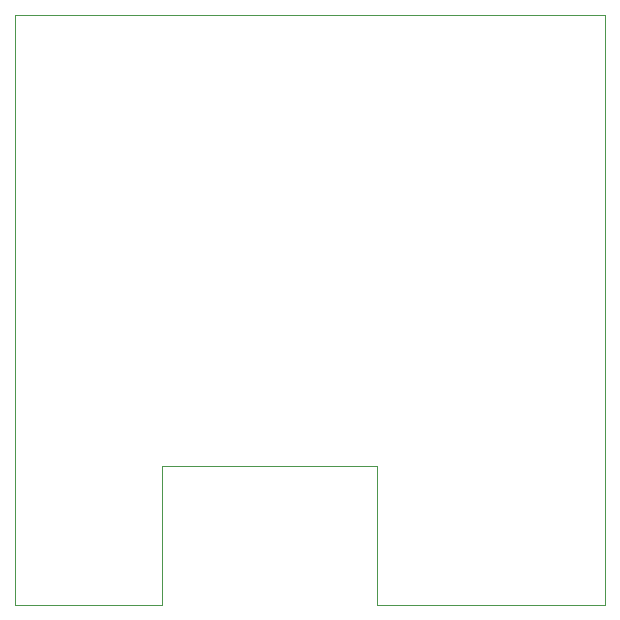
<source format=gbo>
G75*
%MOIN*%
%OFA0B0*%
%FSLAX24Y24*%
%IPPOS*%
%LPD*%
%AMOC8*
5,1,8,0,0,1.08239X$1,22.5*
%
%ADD10C,0.0000*%
D10*
X000267Y000180D02*
X000267Y019865D01*
X019952Y019865D01*
X019952Y000180D01*
X012326Y000180D01*
X012326Y004836D01*
X005161Y004836D01*
X005161Y000180D01*
X000267Y000180D01*
M02*

</source>
